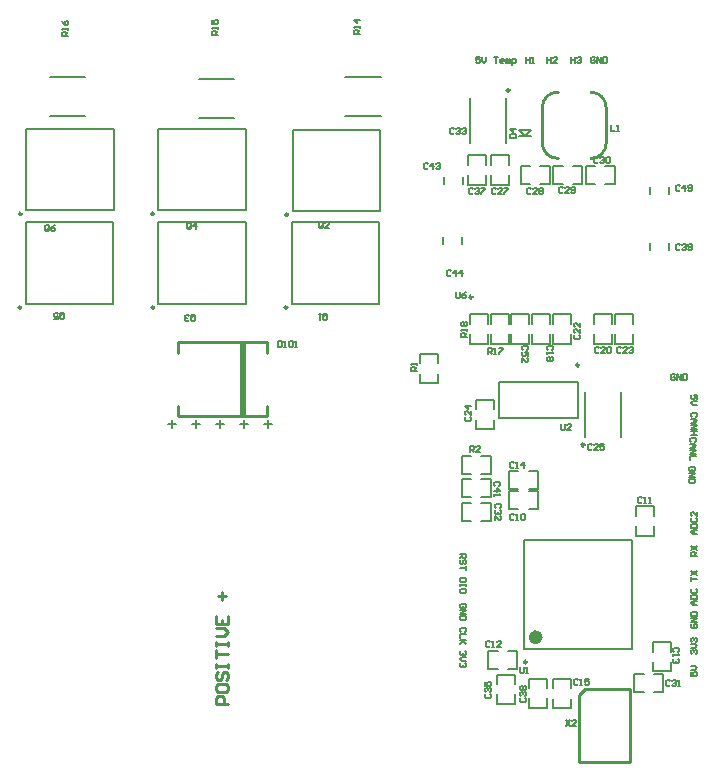
<source format=gto>
G04 Layer_Color=65535*
%FSLAX25Y25*%
%MOIN*%
G70*
G01*
G75*
%ADD30C,0.01000*%
%ADD87C,0.00984*%
%ADD88C,0.02362*%
%ADD89C,0.00700*%
%ADD90C,0.00787*%
%ADD91C,0.00500*%
%ADD92R,0.01968X0.25197*%
D30*
X-31496Y-17598D02*
G03*
X-36496Y-12598I-5000J0D01*
G01*
Y-34646D02*
G03*
X-31496Y-29646I0J5000D01*
G01*
X-47756Y-12598D02*
G03*
X-52756Y-17598I0J-5000D01*
G01*
Y-29646D02*
G03*
X-47756Y-34646I5000J0D01*
G01*
X-137795Y-84350D02*
G03*
X-137795Y-84350I-394J0D01*
G01*
X-137598Y-53445D02*
G03*
X-137598Y-53445I-394J0D01*
G01*
X-182283Y-84350D02*
G03*
X-182283Y-84350I-394J0D01*
G01*
X-182283Y-53150D02*
G03*
X-182283Y-53150I-394J0D01*
G01*
X-226575Y-84350D02*
G03*
X-226575Y-84350I-394J0D01*
G01*
X-226378Y-53150D02*
G03*
X-226378Y-53150I-394J0D01*
G01*
X-174213Y-99410D02*
Y-96024D01*
X-144685D01*
Y-99410D02*
Y-96024D01*
X-174213Y-120512D02*
Y-117126D01*
Y-120512D02*
X-144685D01*
Y-117126D01*
X-36614Y-12598D02*
X-36496D01*
X-31496Y-29646D02*
Y-17598D01*
X-36614Y-34646D02*
X-36496D01*
X-47756Y-12598D02*
X-47638D01*
X-52756Y-29646D02*
Y-17598D01*
X-47756Y-34646D02*
X-47638D01*
X-38583Y-211417D02*
X-23622D01*
X-40551Y-213386D02*
X-38583Y-211417D01*
X-40551Y-235827D02*
Y-213386D01*
Y-235827D02*
X-23622D01*
Y-211417D01*
X-157480Y-216535D02*
X-161479D01*
Y-214536D01*
X-160813Y-213870D01*
X-159480D01*
X-158813Y-214536D01*
Y-216535D01*
X-161479Y-210537D02*
Y-211870D01*
X-160813Y-212537D01*
X-158147D01*
X-157480Y-211870D01*
Y-210537D01*
X-158147Y-209871D01*
X-160813D01*
X-161479Y-210537D01*
X-160813Y-205872D02*
X-161479Y-206539D01*
Y-207872D01*
X-160813Y-208538D01*
X-160146D01*
X-159480Y-207872D01*
Y-206539D01*
X-158813Y-205872D01*
X-158147D01*
X-157480Y-206539D01*
Y-207872D01*
X-158147Y-208538D01*
X-161479Y-204539D02*
Y-203206D01*
Y-203873D01*
X-157480D01*
Y-204539D01*
Y-203206D01*
X-161479Y-201207D02*
Y-198541D01*
Y-199874D01*
X-157480D01*
X-161479Y-197208D02*
Y-195875D01*
Y-196542D01*
X-157480D01*
Y-197208D01*
Y-195875D01*
X-161479Y-193876D02*
X-158813D01*
X-157480Y-192543D01*
X-158813Y-191210D01*
X-161479D01*
Y-187212D02*
Y-189877D01*
X-157480D01*
Y-187212D01*
X-159480Y-189877D02*
Y-188544D01*
Y-181880D02*
Y-179214D01*
X-160813Y-180547D02*
X-158147D01*
D87*
X-57874Y-202559D02*
G03*
X-57874Y-202559I-492J0D01*
G01*
X-38681Y-130118D02*
G03*
X-38681Y-130118I-492J0D01*
G01*
X-63681Y-12008D02*
G03*
X-63681Y-12008I-492J0D01*
G01*
X-40453Y-103543D02*
G03*
X-40453Y-103543I-492J0D01*
G01*
X-76083Y-80905D02*
G03*
X-76083Y-80905I-492J0D01*
G01*
D88*
X-53839Y-194291D02*
G03*
X-53839Y-194291I-1181J0D01*
G01*
D89*
X-60630Y-27165D02*
X-56693D01*
X-58661Y-27165D02*
X-56693Y-25197D01*
X-60630D02*
X-56693D01*
X-60630D02*
X-58661Y-27165D01*
X-54155Y-151622D02*
Y-145622D01*
X-63955Y-151622D02*
Y-145622D01*
X-60795D01*
X-63955Y-151622D02*
X-60795D01*
X-57345D02*
X-54155D01*
X-57345Y-145622D02*
X-54155D01*
X-21701Y-160412D02*
X-15701D01*
X-21701Y-150612D02*
X-15701D01*
Y-153772D02*
Y-150612D01*
X-21701Y-153772D02*
Y-150612D01*
X-21701Y-157222D02*
X-21701Y-160412D01*
X-15701D02*
Y-157222D01*
X-61045Y-204772D02*
Y-198772D01*
X-70845Y-204772D02*
Y-198772D01*
X-67685D01*
X-70845Y-204772D02*
X-67685D01*
X-64235D02*
X-61045D01*
X-64235Y-198772D02*
X-61045D01*
X-15992Y-205687D02*
X-9992D01*
X-15992Y-195887D02*
X-9992D01*
Y-199047D02*
Y-195887D01*
X-15992Y-199047D02*
Y-195887D01*
Y-205687D02*
Y-202497D01*
X-9992Y-205687D02*
Y-202497D01*
X-54155Y-144732D02*
Y-138732D01*
X-63955Y-144732D02*
Y-138732D01*
X-60795D01*
X-63955Y-144732D02*
X-60795D01*
X-57345D02*
X-54155D01*
X-57345Y-138732D02*
X-54155D01*
X-49063Y-208092D02*
X-43063D01*
X-49063Y-217892D02*
X-43063D01*
X-49063D02*
Y-214732D01*
X-43063Y-217892D02*
Y-214732D01*
Y-211282D02*
Y-208092D01*
X-49063Y-211282D02*
Y-208092D01*
X-56150Y-96435D02*
X-50150D01*
X-56150Y-86635D02*
X-50150D01*
Y-89795D02*
Y-86635D01*
X-56150Y-89795D02*
Y-86635D01*
Y-96435D02*
Y-93245D01*
X-50150Y-96435D02*
Y-93245D01*
X-35480Y-86635D02*
X-29480D01*
X-35480Y-96435D02*
X-29480D01*
X-35480D02*
Y-93275D01*
X-29480Y-96435D02*
Y-93275D01*
Y-89825D02*
Y-86635D01*
X-35480Y-89825D02*
Y-86635D01*
X-49260D02*
X-43260D01*
X-49260Y-96435D02*
X-43260D01*
X-49260D02*
Y-93275D01*
X-43260Y-96435D02*
Y-93275D01*
Y-89825D02*
Y-86635D01*
X-49260Y-89825D02*
Y-86635D01*
X-28591D02*
X-22591D01*
X-28591Y-96435D02*
X-22591D01*
X-28591D02*
Y-93275D01*
X-22591Y-96435D02*
Y-93275D01*
Y-89825D02*
Y-86635D01*
X-28591Y-89825D02*
Y-86635D01*
X-74850Y-115179D02*
X-68850D01*
X-74850Y-124979D02*
X-68850D01*
X-74850D02*
Y-121819D01*
X-68850Y-124979D02*
Y-121819D01*
Y-118369D02*
Y-115179D01*
X-74850Y-118369D02*
Y-115179D01*
X-69929Y-33683D02*
X-63929D01*
X-69929Y-43483D02*
X-63929D01*
X-69929D02*
Y-40323D01*
X-63929Y-43483D02*
Y-40323D01*
Y-36873D02*
Y-33683D01*
X-69929Y-36873D02*
Y-33683D01*
X-50218Y-43354D02*
Y-37354D01*
X-60018Y-43354D02*
Y-37354D01*
X-56858D01*
X-60018Y-43354D02*
X-56858D01*
X-53408D02*
X-50218D01*
X-53408Y-37354D02*
X-50218D01*
X-39391Y-43354D02*
Y-37354D01*
X-49191Y-43354D02*
Y-37354D01*
X-46031D01*
X-49191Y-43354D02*
X-46031D01*
X-42581D02*
X-39391D01*
X-42581Y-37354D02*
X-39391D01*
X-28565Y-43354D02*
Y-37354D01*
X-38365Y-43354D02*
Y-37354D01*
X-35205D01*
X-38365Y-43354D02*
X-35205D01*
X-31755D02*
X-28565D01*
X-31755Y-37354D02*
X-28565D01*
X-22223Y-212449D02*
Y-206449D01*
X-12423Y-212449D02*
Y-206449D01*
X-15583Y-212449D02*
X-12423D01*
X-15583Y-206449D02*
X-12423D01*
X-22223D02*
X-19033D01*
X-22223Y-212449D02*
X-19033D01*
X-79703Y-155559D02*
Y-149559D01*
X-69903Y-155559D02*
Y-149559D01*
X-73063Y-155559D02*
X-69903D01*
X-73063Y-149559D02*
X-69903D01*
X-79703D02*
X-76513D01*
X-79703Y-155559D02*
X-76513D01*
X-67961Y-206714D02*
X-61961D01*
X-67961Y-216514D02*
X-61961D01*
X-67961D02*
Y-213354D01*
X-61961Y-216514D02*
Y-213354D01*
Y-209904D02*
Y-206714D01*
X-67961Y-209904D02*
Y-206714D01*
X-57331Y-217892D02*
X-51331D01*
X-57331Y-208092D02*
X-51331D01*
Y-211252D02*
Y-208092D01*
X-57331Y-211252D02*
Y-208092D01*
Y-217892D02*
Y-214702D01*
X-51331Y-217892D02*
Y-214702D01*
X-69903Y-147685D02*
Y-141685D01*
X-79703Y-147685D02*
Y-141685D01*
X-76543D01*
X-79703Y-147685D02*
X-76543D01*
X-73093D02*
X-69903D01*
X-73093Y-141685D02*
X-69903D01*
X-63039Y-86635D02*
X-57039D01*
X-63039Y-96435D02*
X-57039D01*
X-63039D02*
Y-93275D01*
X-57039Y-96435D02*
Y-93275D01*
Y-89825D02*
Y-86635D01*
X-63039Y-89825D02*
Y-86635D01*
X-93551Y-99824D02*
X-87551D01*
X-93551Y-109624D02*
X-87551D01*
X-93551D02*
Y-106464D01*
X-87551Y-109624D02*
Y-106464D01*
Y-103014D02*
Y-99824D01*
X-93551Y-103014D02*
Y-99824D01*
X-69903Y-139811D02*
Y-133811D01*
X-79703Y-139811D02*
Y-133811D01*
X-76543D01*
X-79703Y-139811D02*
X-76543D01*
X-73093D02*
X-69903D01*
X-73093Y-133811D02*
X-69903D01*
X-69929Y-96435D02*
X-63929D01*
X-69929Y-86635D02*
X-63929D01*
Y-89795D02*
Y-86635D01*
X-69929Y-89795D02*
Y-86635D01*
Y-96435D02*
Y-93245D01*
X-63929Y-96435D02*
Y-93245D01*
X-76819Y-86635D02*
X-70819D01*
X-76819Y-96435D02*
X-70819D01*
X-76819D02*
Y-93275D01*
X-70819Y-96435D02*
Y-93275D01*
Y-89825D02*
Y-86635D01*
X-76819Y-89825D02*
Y-86635D01*
X-71409Y-43483D02*
Y-40293D01*
X-77409Y-43483D02*
Y-40293D01*
Y-36843D02*
Y-33683D01*
X-71409Y-36843D02*
Y-33683D01*
X-77409D02*
X-71409D01*
X-77409Y-43483D02*
X-71409D01*
X-136221Y-83169D02*
Y-56004D01*
Y-83169D02*
X-107087D01*
Y-56004D01*
X-136221D02*
X-107087D01*
X-136024Y-52264D02*
Y-25098D01*
Y-52264D02*
X-106890D01*
Y-25098D01*
X-136024D02*
X-106890D01*
X-180709Y-83169D02*
Y-56004D01*
Y-83169D02*
X-151575D01*
Y-56004D01*
X-180709D02*
X-151575D01*
X-180709Y-51968D02*
Y-24803D01*
Y-51968D02*
X-151575D01*
Y-24803D01*
X-180709D02*
X-151575D01*
X-225000Y-83169D02*
Y-56004D01*
Y-83169D02*
X-195866D01*
Y-56004D01*
X-225000D02*
X-195866D01*
X-224803Y-51968D02*
Y-24803D01*
Y-51968D02*
X-195669D01*
Y-24803D01*
X-224803D02*
X-195669D01*
X-177559Y-123197D02*
X-174893D01*
X-176226Y-121865D02*
Y-124530D01*
X-169562Y-123197D02*
X-166896D01*
X-168229Y-121865D02*
Y-124530D01*
X-161564Y-123197D02*
X-158898D01*
X-160231Y-121865D02*
Y-124530D01*
X-153567Y-123197D02*
X-150901D01*
X-152234Y-121865D02*
Y-124530D01*
X-145569Y-123197D02*
X-142904D01*
X-144237Y-121865D02*
Y-124530D01*
D90*
X-79134Y-43307D02*
Y-40945D01*
X-85433Y-43307D02*
Y-40945D01*
X-85827Y-63189D02*
Y-60827D01*
X-79528Y-63189D02*
Y-60827D01*
X-16929Y-46457D02*
Y-44094D01*
X-10630Y-46457D02*
Y-44094D01*
X-58957Y-198228D02*
X-22736D01*
X-58957Y-162008D02*
X-22736D01*
X-58957Y-198228D02*
Y-162008D01*
X-22736Y-198228D02*
Y-162008D01*
X-26575Y-127559D02*
Y-112598D01*
X-38386Y-127559D02*
Y-112598D01*
X-76772Y-29528D02*
Y-14567D01*
X-64961Y-29528D02*
Y-14567D01*
X-67323Y-121260D02*
Y-109055D01*
X-40945Y-121260D02*
Y-109055D01*
X-67323Y-121260D02*
X-40945D01*
X-67323Y-109055D02*
X-40945D01*
X-216929Y-20669D02*
X-205118D01*
X-216929Y-7677D02*
X-205118D01*
X-167323Y-8071D02*
X-155512D01*
X-167323Y-21063D02*
X-155512D01*
X-118504Y-20669D02*
X-106693D01*
X-118504Y-7677D02*
X-106693D01*
X-10630Y-65354D02*
Y-62992D01*
X-16929Y-65354D02*
Y-62992D01*
D91*
X-1574Y-120730D02*
X-1240Y-120397D01*
Y-119730D01*
X-1574Y-119397D01*
X-2906D01*
X-3240Y-119730D01*
Y-120397D01*
X-2906Y-120730D01*
X-3240Y-121396D02*
X-1907D01*
X-1240Y-122063D01*
X-1907Y-122729D01*
X-3240D01*
X-2240D01*
Y-121396D01*
X-3240Y-123396D02*
X-1240D01*
X-3240Y-124729D01*
X-1240D01*
Y-125395D02*
X-3240D01*
X-2240D01*
Y-126728D01*
X-1240D01*
X-3240D01*
X-1240Y-114824D02*
Y-113491D01*
X-2240D01*
X-1907Y-114158D01*
Y-114491D01*
X-2240Y-114824D01*
X-2906D01*
X-3240Y-114491D01*
Y-113825D01*
X-2906Y-113491D01*
X-1240Y-115491D02*
X-2573D01*
X-3240Y-116157D01*
X-2573Y-116824D01*
X-1240D01*
X-211024Y6102D02*
X-213023D01*
Y7102D01*
X-212690Y7435D01*
X-212023D01*
X-211690Y7102D01*
Y6102D01*
Y6769D02*
X-211024Y7435D01*
Y8102D02*
Y8768D01*
Y8435D01*
X-213023D01*
X-212690Y8102D01*
X-213023Y11101D02*
X-212690Y10434D01*
X-212023Y9768D01*
X-211357D01*
X-211024Y10101D01*
Y10768D01*
X-211357Y11101D01*
X-211690D01*
X-212023Y10768D01*
Y9768D01*
X-161024Y6496D02*
X-163023D01*
Y7496D01*
X-162690Y7829D01*
X-162023D01*
X-161690Y7496D01*
Y6496D01*
Y7163D02*
X-161024Y7829D01*
Y8495D02*
Y9162D01*
Y8829D01*
X-163023D01*
X-162690Y8495D01*
X-163023Y11495D02*
Y10161D01*
X-162023D01*
X-162356Y10828D01*
Y11161D01*
X-162023Y11495D01*
X-161357D01*
X-161024Y11161D01*
Y10495D01*
X-161357Y10161D01*
X-113386Y6890D02*
X-115385D01*
Y7889D01*
X-115052Y8223D01*
X-114385D01*
X-114052Y7889D01*
Y6890D01*
Y7556D02*
X-113386Y8223D01*
Y8889D02*
Y9556D01*
Y9222D01*
X-115385D01*
X-115052Y8889D01*
X-113386Y11555D02*
X-115385D01*
X-114385Y10555D01*
Y11888D01*
X-140945Y-95639D02*
Y-97638D01*
X-139945D01*
X-139612Y-97305D01*
Y-95972D01*
X-139945Y-95639D01*
X-140945D01*
X-138945Y-97638D02*
X-138279D01*
X-138612D01*
Y-95639D01*
X-138945Y-95972D01*
X-137279D02*
X-136946Y-95639D01*
X-136280D01*
X-135947Y-95972D01*
Y-97305D01*
X-136280Y-97638D01*
X-136946D01*
X-137279Y-97305D01*
Y-95972D01*
X-135280Y-97638D02*
X-134614D01*
X-134947D01*
Y-95639D01*
X-135280Y-95972D01*
X-63613Y-27953D02*
X-61614D01*
Y-26953D01*
X-61947Y-26620D01*
X-63280D01*
X-63613Y-26953D01*
Y-27953D01*
X-61614Y-24954D02*
X-63613D01*
X-62614Y-25953D01*
Y-24621D01*
X-62053Y-153452D02*
X-62386Y-153119D01*
X-63053D01*
X-63386Y-153452D01*
Y-154785D01*
X-63053Y-155118D01*
X-62386D01*
X-62053Y-154785D01*
X-61387Y-155118D02*
X-60720D01*
X-61053D01*
Y-153119D01*
X-61387Y-153452D01*
X-59720D02*
X-59387Y-153119D01*
X-58721D01*
X-58388Y-153452D01*
Y-154785D01*
X-58721Y-155118D01*
X-59387D01*
X-59720Y-154785D01*
Y-153452D01*
X-19418Y-147711D02*
X-19751Y-147378D01*
X-20418D01*
X-20751Y-147711D01*
Y-149044D01*
X-20418Y-149377D01*
X-19751D01*
X-19418Y-149044D01*
X-18751Y-149377D02*
X-18085D01*
X-18418D01*
Y-147378D01*
X-18751Y-147711D01*
X-17085Y-149377D02*
X-16419D01*
X-16752D01*
Y-147378D01*
X-17085Y-147711D01*
X-70321Y-195972D02*
X-70654Y-195638D01*
X-71320D01*
X-71653Y-195972D01*
Y-197305D01*
X-71320Y-197638D01*
X-70654D01*
X-70321Y-197305D01*
X-69654Y-197638D02*
X-68988D01*
X-69321D01*
Y-195638D01*
X-69654Y-195972D01*
X-66655Y-197638D02*
X-67988D01*
X-66655Y-196305D01*
Y-195972D01*
X-66988Y-195638D01*
X-67655D01*
X-67988Y-195972D01*
X-7389Y-199364D02*
X-7056Y-199031D01*
Y-198365D01*
X-7389Y-198031D01*
X-8722D01*
X-9055Y-198365D01*
Y-199031D01*
X-8722Y-199364D01*
X-9055Y-200031D02*
Y-200697D01*
Y-200364D01*
X-7056D01*
X-7389Y-200031D01*
Y-201697D02*
X-7056Y-202030D01*
Y-202697D01*
X-7389Y-203030D01*
X-7722D01*
X-8055Y-202697D01*
Y-202363D01*
Y-202697D01*
X-8389Y-203030D01*
X-8722D01*
X-9055Y-202697D01*
Y-202030D01*
X-8722Y-201697D01*
X-62053Y-136129D02*
X-62386Y-135796D01*
X-63053D01*
X-63386Y-136129D01*
Y-137462D01*
X-63053Y-137795D01*
X-62386D01*
X-62053Y-137462D01*
X-61387Y-137795D02*
X-60720D01*
X-61053D01*
Y-135796D01*
X-61387Y-136129D01*
X-58721Y-137795D02*
Y-135796D01*
X-59720Y-136796D01*
X-58388D01*
X-40793Y-208570D02*
X-41126Y-208237D01*
X-41793D01*
X-42126Y-208570D01*
Y-209903D01*
X-41793Y-210236D01*
X-41126D01*
X-40793Y-209903D01*
X-40127Y-210236D02*
X-39460D01*
X-39793D01*
Y-208237D01*
X-40127Y-208570D01*
X-37128Y-208237D02*
X-38460D01*
Y-209237D01*
X-37794Y-208903D01*
X-37461D01*
X-37128Y-209237D01*
Y-209903D01*
X-37461Y-210236D01*
X-38127D01*
X-38460Y-209903D01*
X-49515Y-98577D02*
X-49182Y-98244D01*
Y-97577D01*
X-49515Y-97244D01*
X-50848D01*
X-51181Y-97577D01*
Y-98244D01*
X-50848Y-98577D01*
X-51181Y-99243D02*
Y-99910D01*
Y-99577D01*
X-49182D01*
X-49515Y-99243D01*
Y-100910D02*
X-49182Y-101243D01*
Y-101909D01*
X-49515Y-102243D01*
X-49848D01*
X-50181Y-101909D01*
X-50515Y-102243D01*
X-50848D01*
X-51181Y-101909D01*
Y-101243D01*
X-50848Y-100910D01*
X-50515D01*
X-50181Y-101243D01*
X-49848Y-100910D01*
X-49515D01*
X-50181Y-101243D02*
Y-101909D01*
X-33707Y-97940D02*
X-34040Y-97607D01*
X-34706D01*
X-35039Y-97940D01*
Y-99273D01*
X-34706Y-99606D01*
X-34040D01*
X-33707Y-99273D01*
X-31707Y-99606D02*
X-33040D01*
X-31707Y-98273D01*
Y-97940D01*
X-32040Y-97607D01*
X-32707D01*
X-33040Y-97940D01*
X-31041D02*
X-30707Y-97607D01*
X-30041D01*
X-29708Y-97940D01*
Y-99273D01*
X-30041Y-99606D01*
X-30707D01*
X-31041Y-99273D01*
Y-97940D01*
X-41824Y-93549D02*
X-42157Y-93882D01*
Y-94549D01*
X-41824Y-94882D01*
X-40491D01*
X-40157Y-94549D01*
Y-93882D01*
X-40491Y-93549D01*
X-40157Y-91550D02*
Y-92883D01*
X-41490Y-91550D01*
X-41824D01*
X-42157Y-91883D01*
Y-92549D01*
X-41824Y-92883D01*
X-40157Y-89550D02*
Y-90883D01*
X-41490Y-89550D01*
X-41824D01*
X-42157Y-89884D01*
Y-90550D01*
X-41824Y-90883D01*
X-26620Y-97940D02*
X-26953Y-97607D01*
X-27619D01*
X-27953Y-97940D01*
Y-99273D01*
X-27619Y-99606D01*
X-26953D01*
X-26620Y-99273D01*
X-24621Y-99606D02*
X-25953D01*
X-24621Y-98273D01*
Y-97940D01*
X-24954Y-97607D01*
X-25620D01*
X-25953Y-97940D01*
X-23954D02*
X-23621Y-97607D01*
X-22954D01*
X-22621Y-97940D01*
Y-98273D01*
X-22954Y-98607D01*
X-23288D01*
X-22954D01*
X-22621Y-98940D01*
Y-99273D01*
X-22954Y-99606D01*
X-23621D01*
X-23954Y-99273D01*
X-78095Y-120946D02*
X-78428Y-121279D01*
Y-121946D01*
X-78095Y-122279D01*
X-76762D01*
X-76429Y-121946D01*
Y-121279D01*
X-76762Y-120946D01*
X-76429Y-118947D02*
Y-120280D01*
X-77762Y-118947D01*
X-78095D01*
X-78428Y-119280D01*
Y-119946D01*
X-78095Y-120280D01*
X-76429Y-117281D02*
X-78428D01*
X-77428Y-118280D01*
Y-116947D01*
X-68352Y-44791D02*
X-68685Y-44457D01*
X-69352D01*
X-69685Y-44791D01*
Y-46123D01*
X-69352Y-46457D01*
X-68685D01*
X-68352Y-46123D01*
X-66353Y-46457D02*
X-67686D01*
X-66353Y-45124D01*
Y-44791D01*
X-66686Y-44457D01*
X-67352D01*
X-67686Y-44791D01*
X-65686Y-44457D02*
X-64353D01*
Y-44791D01*
X-65686Y-46123D01*
Y-46457D01*
X-56541Y-44791D02*
X-56874Y-44457D01*
X-57541D01*
X-57874Y-44791D01*
Y-46123D01*
X-57541Y-46457D01*
X-56874D01*
X-56541Y-46123D01*
X-54542Y-46457D02*
X-55875D01*
X-54542Y-45124D01*
Y-44791D01*
X-54875Y-44457D01*
X-55541D01*
X-55875Y-44791D01*
X-53875D02*
X-53542Y-44457D01*
X-52876D01*
X-52542Y-44791D01*
Y-45124D01*
X-52876Y-45457D01*
X-52542Y-45790D01*
Y-46123D01*
X-52876Y-46457D01*
X-53542D01*
X-53875Y-46123D01*
Y-45790D01*
X-53542Y-45457D01*
X-53875Y-45124D01*
Y-44791D01*
X-53542Y-45457D02*
X-52876D01*
X-45911Y-44397D02*
X-46244Y-44064D01*
X-46911D01*
X-47244Y-44397D01*
Y-45730D01*
X-46911Y-46063D01*
X-46244D01*
X-45911Y-45730D01*
X-43912Y-46063D02*
X-45245D01*
X-43912Y-44730D01*
Y-44397D01*
X-44245Y-44064D01*
X-44912D01*
X-45245Y-44397D01*
X-43245Y-45730D02*
X-42912Y-46063D01*
X-42246D01*
X-41912Y-45730D01*
Y-44397D01*
X-42246Y-44064D01*
X-42912D01*
X-43245Y-44397D01*
Y-44730D01*
X-42912Y-45063D01*
X-41912D01*
X-34100Y-34554D02*
X-34433Y-34221D01*
X-35100D01*
X-35433Y-34554D01*
Y-35887D01*
X-35100Y-36220D01*
X-34433D01*
X-34100Y-35887D01*
X-33434Y-34554D02*
X-33101Y-34221D01*
X-32434D01*
X-32101Y-34554D01*
Y-34888D01*
X-32434Y-35221D01*
X-32767D01*
X-32434D01*
X-32101Y-35554D01*
Y-35887D01*
X-32434Y-36220D01*
X-33101D01*
X-33434Y-35887D01*
X-31434Y-34554D02*
X-31101Y-34221D01*
X-30435D01*
X-30101Y-34554D01*
Y-35887D01*
X-30435Y-36220D01*
X-31101D01*
X-31434Y-35887D01*
Y-34554D01*
X-10084Y-208964D02*
X-10418Y-208631D01*
X-11084D01*
X-11417Y-208964D01*
Y-210297D01*
X-11084Y-210630D01*
X-10418D01*
X-10084Y-210297D01*
X-9418Y-208964D02*
X-9085Y-208631D01*
X-8418D01*
X-8085Y-208964D01*
Y-209297D01*
X-8418Y-209630D01*
X-8751D01*
X-8418D01*
X-8085Y-209963D01*
Y-210297D01*
X-8418Y-210630D01*
X-9085D01*
X-9418Y-210297D01*
X-7419Y-210630D02*
X-6752D01*
X-7085D01*
Y-208631D01*
X-7419Y-208964D01*
X-66838Y-151333D02*
X-66505Y-151000D01*
Y-150333D01*
X-66838Y-150000D01*
X-68171D01*
X-68504Y-150333D01*
Y-151000D01*
X-68171Y-151333D01*
X-66838Y-151999D02*
X-66505Y-152333D01*
Y-152999D01*
X-66838Y-153332D01*
X-67171D01*
X-67504Y-152999D01*
Y-152666D01*
Y-152999D01*
X-67838Y-153332D01*
X-68171D01*
X-68504Y-152999D01*
Y-152333D01*
X-68171Y-151999D01*
X-68504Y-155332D02*
Y-153999D01*
X-67171Y-155332D01*
X-66838D01*
X-66505Y-154998D01*
Y-154332D01*
X-66838Y-153999D01*
X-71548Y-213234D02*
X-71881Y-213567D01*
Y-214234D01*
X-71548Y-214567D01*
X-70215D01*
X-69882Y-214234D01*
Y-213567D01*
X-70215Y-213234D01*
X-71548Y-212568D02*
X-71881Y-212234D01*
Y-211568D01*
X-71548Y-211235D01*
X-71215D01*
X-70882Y-211568D01*
Y-211901D01*
Y-211568D01*
X-70548Y-211235D01*
X-70215D01*
X-69882Y-211568D01*
Y-212234D01*
X-70215Y-212568D01*
X-71881Y-209235D02*
Y-210568D01*
X-70882D01*
X-71215Y-209902D01*
Y-209569D01*
X-70882Y-209235D01*
X-70215D01*
X-69882Y-209569D01*
Y-210235D01*
X-70215Y-210568D01*
X-59934Y-214415D02*
X-60267Y-214748D01*
Y-215415D01*
X-59934Y-215748D01*
X-58601D01*
X-58268Y-215415D01*
Y-214748D01*
X-58601Y-214415D01*
X-59934Y-213749D02*
X-60267Y-213416D01*
Y-212749D01*
X-59934Y-212416D01*
X-59601D01*
X-59267Y-212749D01*
Y-213082D01*
Y-212749D01*
X-58934Y-212416D01*
X-58601D01*
X-58268Y-212749D01*
Y-213416D01*
X-58601Y-213749D01*
X-59934Y-211749D02*
X-60267Y-211416D01*
Y-210750D01*
X-59934Y-210416D01*
X-59601D01*
X-59267Y-210750D01*
X-58934Y-210416D01*
X-58601D01*
X-58268Y-210750D01*
Y-211416D01*
X-58601Y-211749D01*
X-58934D01*
X-59267Y-211416D01*
X-59601Y-211749D01*
X-59934D01*
X-59267Y-211416D02*
Y-210750D01*
X-67232Y-143853D02*
X-66898Y-143519D01*
Y-142853D01*
X-67232Y-142520D01*
X-68564D01*
X-68898Y-142853D01*
Y-143519D01*
X-68564Y-143853D01*
X-68898Y-145519D02*
X-66898D01*
X-67898Y-144519D01*
Y-145852D01*
X-68898Y-146518D02*
Y-147185D01*
Y-146852D01*
X-66898D01*
X-67232Y-146518D01*
X-90793Y-36523D02*
X-91126Y-36190D01*
X-91793D01*
X-92126Y-36523D01*
Y-37856D01*
X-91793Y-38189D01*
X-91126D01*
X-90793Y-37856D01*
X-89127Y-38189D02*
Y-36190D01*
X-90127Y-37189D01*
X-88794D01*
X-88127Y-36523D02*
X-87794Y-36190D01*
X-87128D01*
X-86794Y-36523D01*
Y-36856D01*
X-87128Y-37189D01*
X-87461D01*
X-87128D01*
X-86794Y-37523D01*
Y-37856D01*
X-87128Y-38189D01*
X-87794D01*
X-88127Y-37856D01*
X-83313Y-72153D02*
X-83646Y-71820D01*
X-84312D01*
X-84646Y-72153D01*
Y-73486D01*
X-84312Y-73819D01*
X-83646D01*
X-83313Y-73486D01*
X-81647Y-73819D02*
Y-71820D01*
X-82646Y-72819D01*
X-81313D01*
X-79647Y-73819D02*
Y-71820D01*
X-80647Y-72819D01*
X-79314D01*
X-6935Y-44003D02*
X-7268Y-43670D01*
X-7935D01*
X-8268Y-44003D01*
Y-45336D01*
X-7935Y-45669D01*
X-7268D01*
X-6935Y-45336D01*
X-5269Y-45669D02*
Y-43670D01*
X-6268Y-44670D01*
X-4936D01*
X-4269Y-45336D02*
X-3936Y-45669D01*
X-3269D01*
X-2936Y-45336D01*
Y-44003D01*
X-3269Y-43670D01*
X-3936D01*
X-4269Y-44003D01*
Y-44336D01*
X-3936Y-44670D01*
X-2936D01*
X-57783Y-98577D02*
X-57450Y-98244D01*
Y-97577D01*
X-57783Y-97244D01*
X-59116D01*
X-59449Y-97577D01*
Y-98244D01*
X-59116Y-98577D01*
X-57450Y-100576D02*
Y-99243D01*
X-58449D01*
X-58116Y-99910D01*
Y-100243D01*
X-58449Y-100576D01*
X-59116D01*
X-59449Y-100243D01*
Y-99577D01*
X-59116Y-99243D01*
X-59449Y-102576D02*
Y-101243D01*
X-58116Y-102576D01*
X-57783D01*
X-57450Y-102243D01*
Y-101576D01*
X-57783Y-101243D01*
X-29921Y-23591D02*
Y-25591D01*
X-28588D01*
X-27922D02*
X-27255D01*
X-27589D01*
Y-23591D01*
X-27922Y-23924D01*
X-94488Y-105512D02*
X-96487D01*
Y-104512D01*
X-96154Y-104179D01*
X-95488D01*
X-95155Y-104512D01*
Y-105512D01*
Y-104845D02*
X-94488Y-104179D01*
Y-103513D02*
Y-102846D01*
Y-103179D01*
X-96487D01*
X-96154Y-103513D01*
X-76772Y-132677D02*
Y-130678D01*
X-75772D01*
X-75439Y-131011D01*
Y-131677D01*
X-75772Y-132011D01*
X-76772D01*
X-76105D02*
X-75439Y-132677D01*
X-73439D02*
X-74772D01*
X-73439Y-131344D01*
Y-131011D01*
X-73773Y-130678D01*
X-74439D01*
X-74772Y-131011D01*
X-70866Y-100000D02*
Y-98001D01*
X-69867D01*
X-69533Y-98334D01*
Y-99000D01*
X-69867Y-99334D01*
X-70866D01*
X-70200D02*
X-69533Y-100000D01*
X-68867D02*
X-68200D01*
X-68534D01*
Y-98001D01*
X-68867Y-98334D01*
X-67201Y-98001D02*
X-65868D01*
Y-98334D01*
X-67201Y-99667D01*
Y-100000D01*
X-77953Y-94095D02*
X-79952D01*
Y-93095D01*
X-79619Y-92762D01*
X-78952D01*
X-78619Y-93095D01*
Y-94095D01*
Y-93428D02*
X-77953Y-92762D01*
Y-92095D02*
Y-91429D01*
Y-91762D01*
X-79952D01*
X-79619Y-92095D01*
Y-90429D02*
X-79952Y-90096D01*
Y-89429D01*
X-79619Y-89096D01*
X-79286D01*
X-78952Y-89429D01*
X-78619Y-89096D01*
X-78286D01*
X-77953Y-89429D01*
Y-90096D01*
X-78286Y-90429D01*
X-78619D01*
X-78952Y-90096D01*
X-79286Y-90429D01*
X-79619D01*
X-78952Y-90096D02*
Y-89429D01*
X-60236Y-204300D02*
Y-205966D01*
X-59903Y-206299D01*
X-59237D01*
X-58903Y-205966D01*
Y-204300D01*
X-58237Y-206299D02*
X-57570D01*
X-57904D01*
Y-204300D01*
X-58237Y-204633D01*
X-44882Y-222016D02*
X-43549Y-224016D01*
Y-222016D02*
X-44882Y-224016D01*
X-41550D02*
X-42882D01*
X-41550Y-222683D01*
Y-222350D01*
X-41883Y-222016D01*
X-42549D01*
X-42882Y-222350D01*
X-36069Y-130224D02*
X-36402Y-129890D01*
X-37068D01*
X-37402Y-130224D01*
Y-131556D01*
X-37068Y-131890D01*
X-36402D01*
X-36069Y-131556D01*
X-34069Y-131890D02*
X-35402D01*
X-34069Y-130557D01*
Y-130224D01*
X-34402Y-129890D01*
X-35069D01*
X-35402Y-130224D01*
X-32070Y-129890D02*
X-33403D01*
Y-130890D01*
X-32736Y-130557D01*
X-32403D01*
X-32070Y-130890D01*
Y-131556D01*
X-32403Y-131890D01*
X-33070D01*
X-33403Y-131556D01*
X-82328Y-24712D02*
X-82662Y-24379D01*
X-83328D01*
X-83661Y-24712D01*
Y-26045D01*
X-83328Y-26378D01*
X-82662D01*
X-82328Y-26045D01*
X-81662Y-24712D02*
X-81329Y-24379D01*
X-80662D01*
X-80329Y-24712D01*
Y-25045D01*
X-80662Y-25378D01*
X-80996D01*
X-80662D01*
X-80329Y-25712D01*
Y-26045D01*
X-80662Y-26378D01*
X-81329D01*
X-81662Y-26045D01*
X-79663Y-24712D02*
X-79330Y-24379D01*
X-78663D01*
X-78330Y-24712D01*
Y-25045D01*
X-78663Y-25378D01*
X-78996D01*
X-78663D01*
X-78330Y-25712D01*
Y-26045D01*
X-78663Y-26378D01*
X-79330D01*
X-79663Y-26045D01*
X-46457Y-123197D02*
Y-124864D01*
X-46123Y-125197D01*
X-45457D01*
X-45124Y-124864D01*
Y-123197D01*
X-43124Y-125197D02*
X-44457D01*
X-43124Y-123864D01*
Y-123531D01*
X-43458Y-123197D01*
X-44124D01*
X-44457Y-123531D01*
X-125939Y-86849D02*
Y-88182D01*
X-125606Y-88515D01*
X-124940D01*
X-124606Y-88182D01*
Y-86849D01*
X-124940Y-86516D01*
X-125606D01*
X-125273Y-87182D02*
X-125939Y-86516D01*
X-125606D02*
X-125939Y-86849D01*
X-126606Y-86516D02*
X-127272D01*
X-126939D01*
Y-88515D01*
X-126606Y-88182D01*
X-126029Y-57639D02*
Y-56306D01*
X-126363Y-55973D01*
X-127029D01*
X-127362Y-56306D01*
Y-57639D01*
X-127029Y-57972D01*
X-126363D01*
X-126696Y-57306D02*
X-126029Y-57972D01*
X-126363D02*
X-126029Y-57639D01*
X-124030Y-57972D02*
X-125363D01*
X-124030Y-56639D01*
Y-56306D01*
X-124363Y-55973D01*
X-125030D01*
X-125363Y-56306D01*
X-170034Y-87243D02*
Y-88576D01*
X-169701Y-88909D01*
X-169034D01*
X-168701Y-88576D01*
Y-87243D01*
X-169034Y-86910D01*
X-169701D01*
X-169367Y-87576D02*
X-170034Y-86910D01*
X-169701D02*
X-170034Y-87243D01*
X-170700Y-88576D02*
X-171033Y-88909D01*
X-171700D01*
X-172033Y-88576D01*
Y-88242D01*
X-171700Y-87909D01*
X-171367D01*
X-171700D01*
X-172033Y-87576D01*
Y-87243D01*
X-171700Y-86910D01*
X-171033D01*
X-170700Y-87243D01*
X-169927Y-57738D02*
Y-56405D01*
X-170260Y-56072D01*
X-170927D01*
X-171260Y-56405D01*
Y-57738D01*
X-170927Y-58071D01*
X-170260D01*
X-170593Y-57404D02*
X-169927Y-58071D01*
X-170260D02*
X-169927Y-57738D01*
X-168261Y-58071D02*
Y-56072D01*
X-169261Y-57071D01*
X-167928D01*
X-213538Y-86455D02*
Y-87788D01*
X-213204Y-88121D01*
X-212538D01*
X-212205Y-87788D01*
Y-86455D01*
X-212538Y-86122D01*
X-213204D01*
X-212871Y-86788D02*
X-213538Y-86122D01*
X-213204D02*
X-213538Y-86455D01*
X-215537Y-88121D02*
X-214204D01*
Y-87122D01*
X-214871Y-87455D01*
X-215204D01*
X-215537Y-87122D01*
Y-86455D01*
X-215204Y-86122D01*
X-214537D01*
X-214204Y-86455D01*
X-217171Y-58525D02*
Y-57192D01*
X-217504Y-56859D01*
X-218171D01*
X-218504Y-57192D01*
Y-58525D01*
X-218171Y-58858D01*
X-217504D01*
X-217838Y-58192D02*
X-217171Y-58858D01*
X-217504D02*
X-217171Y-58525D01*
X-215172Y-56859D02*
X-215838Y-57192D01*
X-216505Y-57859D01*
Y-58525D01*
X-216171Y-58858D01*
X-215505D01*
X-215172Y-58525D01*
Y-58192D01*
X-215505Y-57859D01*
X-216505D01*
X-81496Y-79103D02*
Y-80769D01*
X-81163Y-81102D01*
X-80496D01*
X-80163Y-80769D01*
Y-79103D01*
X-78164D02*
X-78830Y-79436D01*
X-79497Y-80103D01*
Y-80769D01*
X-79163Y-81102D01*
X-78497D01*
X-78164Y-80769D01*
Y-80436D01*
X-78497Y-80103D01*
X-79497D01*
X-75832Y-44791D02*
X-76166Y-44457D01*
X-76832D01*
X-77165Y-44791D01*
Y-46123D01*
X-76832Y-46457D01*
X-76166D01*
X-75832Y-46123D01*
X-75166Y-44791D02*
X-74833Y-44457D01*
X-74166D01*
X-73833Y-44791D01*
Y-45124D01*
X-74166Y-45457D01*
X-74499D01*
X-74166D01*
X-73833Y-45790D01*
Y-46123D01*
X-74166Y-46457D01*
X-74833D01*
X-75166Y-46123D01*
X-73167Y-44457D02*
X-71834D01*
Y-44791D01*
X-73167Y-46123D01*
Y-46457D01*
X-6773Y-63688D02*
X-7107Y-63355D01*
X-7773D01*
X-8106Y-63688D01*
Y-65021D01*
X-7773Y-65354D01*
X-7107D01*
X-6773Y-65021D01*
X-6107Y-63688D02*
X-5774Y-63355D01*
X-5107D01*
X-4774Y-63688D01*
Y-64021D01*
X-5107Y-64355D01*
X-5441D01*
X-5107D01*
X-4774Y-64688D01*
Y-65021D01*
X-5107Y-65354D01*
X-5774D01*
X-6107Y-65021D01*
X-4108D02*
X-3774Y-65354D01*
X-3108D01*
X-2775Y-65021D01*
Y-63688D01*
X-3108Y-63355D01*
X-3774D01*
X-4108Y-63688D01*
Y-64021D01*
X-3774Y-64355D01*
X-2775D01*
X-8510Y-106995D02*
X-8843Y-106662D01*
X-9509D01*
X-9843Y-106995D01*
Y-108328D01*
X-9509Y-108661D01*
X-8843D01*
X-8510Y-108328D01*
Y-107662D01*
X-9176D01*
X-7843Y-108661D02*
Y-106662D01*
X-6510Y-108661D01*
Y-106662D01*
X-5844D02*
Y-108661D01*
X-4844D01*
X-4511Y-108328D01*
Y-106995D01*
X-4844Y-106662D01*
X-5844D01*
X-68897Y-953D02*
X-67564D01*
X-68231D01*
Y-2952D01*
X-65898D02*
X-66565D01*
X-66898Y-2619D01*
Y-1952D01*
X-66565Y-1619D01*
X-65898D01*
X-65565Y-1952D01*
Y-2286D01*
X-66898D01*
X-64898Y-2952D02*
Y-1619D01*
X-64565D01*
X-64232Y-1952D01*
Y-2952D01*
Y-1952D01*
X-63899Y-1619D01*
X-63565Y-1952D01*
Y-2952D01*
X-62899Y-3618D02*
Y-1619D01*
X-61899D01*
X-61566Y-1952D01*
Y-2619D01*
X-61899Y-2952D01*
X-62899D01*
X-58070Y-953D02*
Y-2952D01*
Y-1952D01*
X-56738D01*
Y-953D01*
Y-2952D01*
X-56071D02*
X-55405D01*
X-55738D01*
Y-953D01*
X-56071Y-1286D01*
X-43307Y-953D02*
Y-2952D01*
Y-1952D01*
X-41974D01*
Y-953D01*
Y-2952D01*
X-41307Y-1286D02*
X-40974Y-953D01*
X-40308D01*
X-39974Y-1286D01*
Y-1619D01*
X-40308Y-1952D01*
X-40641D01*
X-40308D01*
X-39974Y-2286D01*
Y-2619D01*
X-40308Y-2952D01*
X-40974D01*
X-41307Y-2619D01*
X-51181Y-953D02*
Y-2952D01*
Y-1952D01*
X-49848D01*
Y-953D01*
Y-2952D01*
X-47848D02*
X-49181D01*
X-47848Y-1619D01*
Y-1286D01*
X-48182Y-953D01*
X-48848D01*
X-49181Y-1286D01*
X-73470Y-953D02*
X-74803D01*
Y-1953D01*
X-74137Y-1620D01*
X-73804D01*
X-73470Y-1953D01*
Y-2620D01*
X-73804Y-2953D01*
X-74470D01*
X-74803Y-2620D01*
X-72804Y-953D02*
Y-2286D01*
X-72137Y-2953D01*
X-71471Y-2286D01*
Y-953D01*
X-35084Y-1286D02*
X-35417Y-953D01*
X-36084D01*
X-36417Y-1286D01*
Y-2619D01*
X-36084Y-2952D01*
X-35417D01*
X-35084Y-2619D01*
Y-1952D01*
X-35750D01*
X-34418Y-2952D02*
Y-953D01*
X-33085Y-2952D01*
Y-953D01*
X-32418D02*
Y-2952D01*
X-31418D01*
X-31085Y-2619D01*
Y-1286D01*
X-31418Y-953D01*
X-32418D01*
X-1181Y-159843D02*
X-2514D01*
X-3181Y-159176D01*
X-2514Y-158510D01*
X-1181D01*
X-2181D01*
Y-159843D01*
X-3181Y-157843D02*
X-1181D01*
Y-156843D01*
X-1514Y-156510D01*
X-2847D01*
X-3181Y-156843D01*
Y-157843D01*
X-2847Y-154511D02*
X-3181Y-154844D01*
Y-155511D01*
X-2847Y-155844D01*
X-1514D01*
X-1181Y-155511D01*
Y-154844D01*
X-1514Y-154511D01*
X-1181Y-152512D02*
Y-153844D01*
X-2514Y-152512D01*
X-2847D01*
X-3181Y-152845D01*
Y-153511D01*
X-2847Y-153844D01*
X-3181Y-175591D02*
Y-174258D01*
Y-174924D01*
X-1181D01*
X-3181Y-173591D02*
X-1181Y-172258D01*
X-3181D02*
X-1181Y-173591D01*
Y-167323D02*
X-3181D01*
Y-166323D01*
X-2847Y-165990D01*
X-2181D01*
X-1848Y-166323D01*
Y-167323D01*
Y-166656D02*
X-1181Y-165990D01*
X-3181Y-165323D02*
X-1181Y-163991D01*
X-3181D02*
X-1181Y-165323D01*
Y-183465D02*
X-2514D01*
X-3181Y-182798D01*
X-2514Y-182132D01*
X-1181D01*
X-2181D01*
Y-183465D01*
X-3181Y-181465D02*
X-1181D01*
Y-180465D01*
X-1514Y-180132D01*
X-2847D01*
X-3181Y-180465D01*
Y-181465D01*
X-2847Y-178133D02*
X-3181Y-178466D01*
Y-179133D01*
X-2847Y-179466D01*
X-1514D01*
X-1181Y-179133D01*
Y-178466D01*
X-1514Y-178133D01*
X-2847Y-190006D02*
X-3181Y-190339D01*
Y-191005D01*
X-2847Y-191339D01*
X-1514D01*
X-1181Y-191005D01*
Y-190339D01*
X-1514Y-190006D01*
X-2181D01*
Y-190672D01*
X-1181Y-189339D02*
X-3181D01*
X-1181Y-188006D01*
X-3181D01*
Y-187340D02*
X-1181D01*
Y-186340D01*
X-1514Y-186007D01*
X-2847D01*
X-3181Y-186340D01*
Y-187340D01*
X-2847Y-200000D02*
X-3181Y-199667D01*
Y-199000D01*
X-2847Y-198667D01*
X-2514D01*
X-2181Y-199000D01*
Y-199334D01*
Y-199000D01*
X-1848Y-198667D01*
X-1514D01*
X-1181Y-199000D01*
Y-199667D01*
X-1514Y-200000D01*
X-3181Y-198001D02*
X-1848D01*
X-1181Y-197334D01*
X-1848Y-196668D01*
X-3181D01*
X-2847Y-196001D02*
X-3181Y-195668D01*
Y-195002D01*
X-2847Y-194668D01*
X-2514D01*
X-2181Y-195002D01*
Y-195335D01*
Y-195002D01*
X-1848Y-194668D01*
X-1514D01*
X-1181Y-195002D01*
Y-195668D01*
X-1514Y-196001D01*
X-3181Y-205754D02*
Y-207087D01*
X-2181D01*
X-2514Y-206420D01*
Y-206087D01*
X-2181Y-205754D01*
X-1514D01*
X-1181Y-206087D01*
Y-206753D01*
X-1514Y-207087D01*
X-3181Y-205087D02*
X-1848D01*
X-1181Y-204421D01*
X-1848Y-203754D01*
X-3181D01*
X-80314Y-166535D02*
X-78315D01*
Y-167534D01*
X-78648Y-167868D01*
X-79315D01*
X-79648Y-167534D01*
Y-166535D01*
Y-167201D02*
X-80314Y-167868D01*
X-78648Y-169867D02*
X-78315Y-169534D01*
Y-168867D01*
X-78648Y-168534D01*
X-78982D01*
X-79315Y-168867D01*
Y-169534D01*
X-79648Y-169867D01*
X-79981D01*
X-80314Y-169534D01*
Y-168867D01*
X-79981Y-168534D01*
X-78315Y-170533D02*
Y-171866D01*
Y-171200D01*
X-80314D01*
X-78315Y-174409D02*
X-80314D01*
Y-175408D01*
X-79981Y-175742D01*
X-78648D01*
X-78315Y-175408D01*
Y-174409D01*
Y-176408D02*
Y-177075D01*
Y-176741D01*
X-80314D01*
Y-176408D01*
Y-177075D01*
X-78315Y-179074D02*
Y-178407D01*
X-78648Y-178074D01*
X-79981D01*
X-80314Y-178407D01*
Y-179074D01*
X-79981Y-179407D01*
X-78648D01*
X-78315Y-179074D01*
X-78648Y-192474D02*
X-78315Y-192141D01*
Y-191474D01*
X-78648Y-191141D01*
X-79981D01*
X-80314Y-191474D01*
Y-192141D01*
X-79981Y-192474D01*
X-78315Y-193140D02*
X-80314D01*
Y-194473D01*
X-78315Y-195140D02*
X-80314D01*
X-79648D01*
X-78315Y-196473D01*
X-79315Y-195473D01*
X-80314Y-196473D01*
X-78648Y-184600D02*
X-78315Y-184267D01*
Y-183600D01*
X-78648Y-183267D01*
X-79981D01*
X-80314Y-183600D01*
Y-184267D01*
X-79981Y-184600D01*
X-79315D01*
Y-183933D01*
X-80314Y-185266D02*
X-78315D01*
X-80314Y-186599D01*
X-78315D01*
Y-187266D02*
X-80314D01*
Y-188265D01*
X-79981Y-188599D01*
X-78648D01*
X-78315Y-188265D01*
Y-187266D01*
X-78648Y-199015D02*
X-78315Y-199348D01*
Y-200015D01*
X-78648Y-200348D01*
X-78982D01*
X-79315Y-200015D01*
Y-199681D01*
Y-200015D01*
X-79648Y-200348D01*
X-79981D01*
X-80314Y-200015D01*
Y-199348D01*
X-79981Y-199015D01*
X-78315Y-201014D02*
X-79648D01*
X-80314Y-201681D01*
X-79648Y-202347D01*
X-78315D01*
X-78648Y-203014D02*
X-78315Y-203347D01*
Y-204013D01*
X-78648Y-204347D01*
X-78982D01*
X-79315Y-204013D01*
Y-203680D01*
Y-204013D01*
X-79648Y-204347D01*
X-79981D01*
X-80314Y-204013D01*
Y-203347D01*
X-79981Y-203014D01*
X-2073Y-138931D02*
X-1740Y-138597D01*
Y-137931D01*
X-2073Y-137598D01*
X-3407D01*
X-3740Y-137931D01*
Y-138597D01*
X-3407Y-138931D01*
X-2740D01*
Y-138264D01*
X-3740Y-139597D02*
X-1740D01*
X-3740Y-140930D01*
X-1740D01*
Y-141596D02*
X-3740D01*
Y-142596D01*
X-3407Y-142929D01*
X-2073D01*
X-1740Y-142596D01*
Y-141596D01*
X-1877Y-129286D02*
X-1544Y-128952D01*
Y-128286D01*
X-1877Y-127953D01*
X-3210D01*
X-3543Y-128286D01*
Y-128952D01*
X-3210Y-129286D01*
X-3543Y-129952D02*
X-2210D01*
X-1544Y-130619D01*
X-2210Y-131285D01*
X-3543D01*
X-2544D01*
Y-129952D01*
X-3543Y-131951D02*
X-1544D01*
X-3543Y-133284D01*
X-1544D01*
Y-133951D02*
X-3543D01*
Y-135284D01*
D92*
X-152559Y-108268D02*
D03*
M02*

</source>
